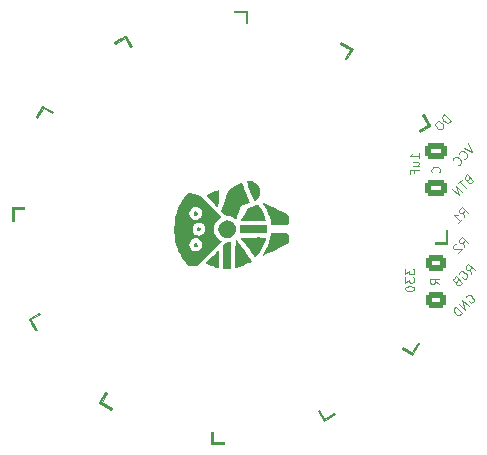
<source format=gbo>
%TF.GenerationSoftware,KiCad,Pcbnew,(6.0.2)*%
%TF.CreationDate,2022-04-19T05:13:53+10:00*%
%TF.ProjectId,adapter,61646170-7465-4722-9e6b-696361645f70,1.2*%
%TF.SameCoordinates,Original*%
%TF.FileFunction,Legend,Bot*%
%TF.FilePolarity,Positive*%
%FSLAX46Y46*%
G04 Gerber Fmt 4.6, Leading zero omitted, Abs format (unit mm)*
G04 Created by KiCad (PCBNEW (6.0.2)) date 2022-04-19 05:13:53*
%MOMM*%
%LPD*%
G01*
G04 APERTURE LIST*
G04 Aperture macros list*
%AMRoundRect*
0 Rectangle with rounded corners*
0 $1 Rounding radius*
0 $2 $3 $4 $5 $6 $7 $8 $9 X,Y pos of 4 corners*
0 Add a 4 corners polygon primitive as box body*
4,1,4,$2,$3,$4,$5,$6,$7,$8,$9,$2,$3,0*
0 Add four circle primitives for the rounded corners*
1,1,$1+$1,$2,$3*
1,1,$1+$1,$4,$5*
1,1,$1+$1,$6,$7*
1,1,$1+$1,$8,$9*
0 Add four rect primitives between the rounded corners*
20,1,$1+$1,$2,$3,$4,$5,0*
20,1,$1+$1,$4,$5,$6,$7,0*
20,1,$1+$1,$6,$7,$8,$9,0*
20,1,$1+$1,$8,$9,$2,$3,0*%
%AMRotRect*
0 Rectangle, with rotation*
0 The origin of the aperture is its center*
0 $1 length*
0 $2 width*
0 $3 Rotation angle, in degrees counterclockwise*
0 Add horizontal line*
21,1,$1,$2,0,0,$3*%
G04 Aperture macros list end*
%ADD10C,0.100000*%
%ADD11C,0.050000*%
%ADD12R,2.000000X2.000000*%
%ADD13C,2.000000*%
%ADD14R,3.200000X2.000000*%
%ADD15R,1.700000X1.700000*%
%ADD16O,1.700000X1.700000*%
%ADD17C,4.000000*%
%ADD18RoundRect,0.250000X-0.650000X0.412500X-0.650000X-0.412500X0.650000X-0.412500X0.650000X0.412500X0*%
%ADD19RotRect,2.400000X0.820000X60.000000*%
%ADD20C,0.800000*%
%ADD21RotRect,2.400000X0.820000X120.000000*%
%ADD22R,0.820000X2.400000*%
%ADD23RotRect,2.400000X0.820000X300.000000*%
%ADD24R,2.400000X0.820000*%
%ADD25RotRect,2.400000X0.820000X240.000000*%
%ADD26RotRect,2.400000X0.820000X210.000000*%
%ADD27RotRect,2.400000X0.820000X30.000000*%
%ADD28RoundRect,0.250000X0.625000X-0.400000X0.625000X0.400000X-0.625000X0.400000X-0.625000X-0.400000X0*%
%ADD29RotRect,2.400000X0.820000X150.000000*%
%ADD30RotRect,2.400000X0.820000X330.000000*%
G04 APERTURE END LIST*
D10*
X72719599Y-36616475D02*
X73073153Y-37323582D01*
X72366046Y-36970028D01*
X72366046Y-37929673D02*
X72416554Y-37929673D01*
X72517569Y-37879166D01*
X72568077Y-37828658D01*
X72618584Y-37727643D01*
X72618584Y-37626627D01*
X72593330Y-37550866D01*
X72517569Y-37424597D01*
X72441807Y-37348835D01*
X72315538Y-37273074D01*
X72239777Y-37247820D01*
X72138762Y-37247820D01*
X72037746Y-37298328D01*
X71987239Y-37348835D01*
X71936731Y-37449851D01*
X71936731Y-37500358D01*
X71835716Y-38460003D02*
X71886224Y-38460003D01*
X71987239Y-38409496D01*
X72037746Y-38358988D01*
X72088254Y-38257973D01*
X72088254Y-38156957D01*
X72063000Y-38081196D01*
X71987239Y-37954927D01*
X71911477Y-37879166D01*
X71785208Y-37803404D01*
X71709447Y-37778150D01*
X71608432Y-37778150D01*
X71507416Y-37828658D01*
X71456909Y-37879166D01*
X71406401Y-37980181D01*
X71406401Y-38030688D01*
X72946883Y-47647730D02*
X72871122Y-47218416D01*
X73249929Y-47344685D02*
X72719599Y-46814355D01*
X72517568Y-47016385D01*
X72492314Y-47092147D01*
X72492314Y-47142654D01*
X72517568Y-47218416D01*
X72593330Y-47294177D01*
X72669091Y-47319431D01*
X72719599Y-47319431D01*
X72795360Y-47294177D01*
X72997391Y-47092147D01*
X71936730Y-47647730D02*
X71961984Y-47571969D01*
X72037746Y-47496208D01*
X72138761Y-47445700D01*
X72239776Y-47445700D01*
X72315538Y-47470954D01*
X72441807Y-47546715D01*
X72517568Y-47622477D01*
X72593330Y-47748746D01*
X72618583Y-47824507D01*
X72618583Y-47925522D01*
X72568076Y-48026538D01*
X72517568Y-48077045D01*
X72416553Y-48127553D01*
X72366045Y-48127553D01*
X72189269Y-47950776D01*
X72290284Y-47849761D01*
X71734700Y-48304330D02*
X71684192Y-48405345D01*
X71684192Y-48455852D01*
X71709446Y-48531614D01*
X71785208Y-48607375D01*
X71860969Y-48632629D01*
X71911477Y-48632629D01*
X71987238Y-48607375D01*
X72189269Y-48405345D01*
X71658939Y-47875015D01*
X71482162Y-48051791D01*
X71456908Y-48127553D01*
X71456908Y-48178061D01*
X71482162Y-48253822D01*
X71532669Y-48304330D01*
X71608431Y-48329583D01*
X71658939Y-48329583D01*
X71734700Y-48304330D01*
X71911477Y-48127553D01*
X72492314Y-49644774D02*
X72517568Y-49569013D01*
X72593330Y-49493252D01*
X72694345Y-49442744D01*
X72795360Y-49442744D01*
X72871122Y-49467998D01*
X72997391Y-49543759D01*
X73073152Y-49619521D01*
X73148914Y-49745790D01*
X73174167Y-49821551D01*
X73174167Y-49922566D01*
X73123660Y-50023582D01*
X73073152Y-50074089D01*
X72972137Y-50124597D01*
X72921629Y-50124597D01*
X72744853Y-49947820D01*
X72845868Y-49846805D01*
X72744853Y-50402389D02*
X72214523Y-49872059D01*
X72441807Y-50705435D01*
X71911477Y-50175105D01*
X72189269Y-50957973D02*
X71658939Y-50427643D01*
X71532670Y-50553912D01*
X71482162Y-50654927D01*
X71482162Y-50755942D01*
X71507416Y-50831704D01*
X71583177Y-50957973D01*
X71658939Y-51033734D01*
X71785208Y-51109496D01*
X71860969Y-51134749D01*
X71961984Y-51134749D01*
X72063000Y-51084242D01*
X72189269Y-50957973D01*
X71225599Y-34675223D02*
X70695269Y-34144893D01*
X70569000Y-34271162D01*
X70518492Y-34372177D01*
X70518492Y-34473192D01*
X70543746Y-34548954D01*
X70619507Y-34675223D01*
X70695269Y-34750984D01*
X70821538Y-34826746D01*
X70897299Y-34852000D01*
X70998314Y-34852000D01*
X71099330Y-34801492D01*
X71225599Y-34675223D01*
X70063923Y-34776238D02*
X69962908Y-34877253D01*
X69937654Y-34953015D01*
X69937654Y-35054030D01*
X70013416Y-35180299D01*
X70190192Y-35357076D01*
X70316461Y-35432837D01*
X70417477Y-35432837D01*
X70493238Y-35407583D01*
X70594253Y-35306568D01*
X70619507Y-35230807D01*
X70619507Y-35129791D01*
X70543746Y-35003522D01*
X70366969Y-34826746D01*
X70240700Y-34750984D01*
X70139685Y-34750984D01*
X70063923Y-34776238D01*
X72391299Y-45385522D02*
X72315538Y-44956208D01*
X72694345Y-45082477D02*
X72164015Y-44552147D01*
X71961984Y-44754177D01*
X71936730Y-44829938D01*
X71936730Y-44880446D01*
X71961984Y-44956208D01*
X72037746Y-45031969D01*
X72113507Y-45057223D01*
X72164015Y-45057223D01*
X72239776Y-45031969D01*
X72441807Y-44829938D01*
X71709446Y-45107730D02*
X71658938Y-45107730D01*
X71583177Y-45132984D01*
X71456908Y-45259253D01*
X71431654Y-45335015D01*
X71431654Y-45385522D01*
X71456908Y-45461284D01*
X71507416Y-45511791D01*
X71608431Y-45562299D01*
X72214522Y-45562299D01*
X71886223Y-45890599D01*
X67389285Y-47235714D02*
X67389285Y-47700000D01*
X67675000Y-47450000D01*
X67675000Y-47557142D01*
X67710714Y-47628571D01*
X67746428Y-47664285D01*
X67817857Y-47700000D01*
X67996428Y-47700000D01*
X68067857Y-47664285D01*
X68103571Y-47628571D01*
X68139285Y-47557142D01*
X68139285Y-47342857D01*
X68103571Y-47271428D01*
X68067857Y-47235714D01*
X67389285Y-47950000D02*
X67389285Y-48414285D01*
X67675000Y-48164285D01*
X67675000Y-48271428D01*
X67710714Y-48342857D01*
X67746428Y-48378571D01*
X67817857Y-48414285D01*
X67996428Y-48414285D01*
X68067857Y-48378571D01*
X68103571Y-48342857D01*
X68139285Y-48271428D01*
X68139285Y-48057142D01*
X68103571Y-47985714D01*
X68067857Y-47950000D01*
X67389285Y-48878571D02*
X67389285Y-48950000D01*
X67425000Y-49021428D01*
X67460714Y-49057142D01*
X67532142Y-49092857D01*
X67675000Y-49128571D01*
X67853571Y-49128571D01*
X67996428Y-49092857D01*
X68067857Y-49057142D01*
X68103571Y-49021428D01*
X68139285Y-48950000D01*
X68139285Y-48878571D01*
X68103571Y-48807142D01*
X68067857Y-48771428D01*
X67996428Y-48735714D01*
X67853571Y-48700000D01*
X67675000Y-48700000D01*
X67532142Y-48735714D01*
X67460714Y-48771428D01*
X67425000Y-48807142D01*
X67389285Y-48878571D01*
X72391299Y-42845522D02*
X72315538Y-42416208D01*
X72694345Y-42542477D02*
X72164015Y-42012147D01*
X71961984Y-42214177D01*
X71936730Y-42289938D01*
X71936730Y-42340446D01*
X71961984Y-42416208D01*
X72037746Y-42491969D01*
X72113507Y-42517223D01*
X72164015Y-42517223D01*
X72239776Y-42491969D01*
X72441807Y-42289938D01*
X71886223Y-43350599D02*
X72189269Y-43047553D01*
X72037746Y-43199076D02*
X71507416Y-42668746D01*
X71633685Y-42693999D01*
X71734700Y-42693999D01*
X71810461Y-42668746D01*
X68539285Y-37853571D02*
X68539285Y-37425000D01*
X68539285Y-37639285D02*
X67789285Y-37639285D01*
X67896428Y-37567857D01*
X67967857Y-37496428D01*
X68003571Y-37425000D01*
X68039285Y-38496428D02*
X68539285Y-38496428D01*
X68039285Y-38175000D02*
X68432142Y-38175000D01*
X68503571Y-38210714D01*
X68539285Y-38282142D01*
X68539285Y-38389285D01*
X68503571Y-38460714D01*
X68467857Y-38496428D01*
X68146428Y-39103571D02*
X68146428Y-38853571D01*
X68539285Y-38853571D02*
X67789285Y-38853571D01*
X67789285Y-39210714D01*
X72694346Y-39674178D02*
X72643838Y-39775193D01*
X72643838Y-39825701D01*
X72669092Y-39901462D01*
X72744853Y-39977224D01*
X72820615Y-40002478D01*
X72871122Y-40002478D01*
X72946884Y-39977224D01*
X73148914Y-39775193D01*
X72618584Y-39244863D01*
X72441807Y-39421640D01*
X72416554Y-39497401D01*
X72416554Y-39547909D01*
X72441807Y-39623670D01*
X72492315Y-39674178D01*
X72568076Y-39699432D01*
X72618584Y-39699432D01*
X72694346Y-39674178D01*
X72871122Y-39497401D01*
X72164015Y-39699432D02*
X71860970Y-40002478D01*
X72542823Y-40381285D02*
X72012493Y-39850955D01*
X72214523Y-40709584D02*
X71684193Y-40179254D01*
X71911477Y-41012630D01*
X71381147Y-40482300D01*
%TO.C,C*%
X70267857Y-39067142D02*
X70303571Y-39031428D01*
X70339285Y-38924285D01*
X70339285Y-38852857D01*
X70303571Y-38745714D01*
X70232142Y-38674285D01*
X70160714Y-38638571D01*
X70017857Y-38602857D01*
X69910714Y-38602857D01*
X69767857Y-38638571D01*
X69696428Y-38674285D01*
X69625000Y-38745714D01*
X69589285Y-38852857D01*
X69589285Y-38924285D01*
X69625000Y-39031428D01*
X69660714Y-39067142D01*
%TO.C,R*%
X70239285Y-48532142D02*
X69882142Y-48282142D01*
X70239285Y-48103571D02*
X69489285Y-48103571D01*
X69489285Y-48389285D01*
X69525000Y-48460714D01*
X69560714Y-48496428D01*
X69632142Y-48532142D01*
X69739285Y-48532142D01*
X69810714Y-48496428D01*
X69846428Y-48460714D01*
X69882142Y-48389285D01*
X69882142Y-48103571D01*
D11*
%TO.C,REF\u002A\u002A*%
X41549981Y-58462018D02*
X41479981Y-58583262D01*
X41479981Y-58583262D02*
X42449930Y-59143262D01*
X42449930Y-59143262D02*
X42519930Y-59022018D01*
X42519930Y-59022018D02*
X41549981Y-58462018D01*
G36*
X42519930Y-59022018D02*
G01*
X42449930Y-59143262D01*
X41479981Y-58583262D01*
X41549981Y-58462018D01*
X42519930Y-59022018D01*
G37*
X42519930Y-59022018D02*
X42449930Y-59143262D01*
X41479981Y-58583262D01*
X41549981Y-58462018D01*
X42519930Y-59022018D01*
X41989981Y-57699916D02*
X41479981Y-58583262D01*
X41479981Y-58583262D02*
X41601225Y-58653262D01*
X41601225Y-58653262D02*
X42111225Y-57769916D01*
X42111225Y-57769916D02*
X41989981Y-57699916D01*
G36*
X42111225Y-57769916D02*
G01*
X41601225Y-58653262D01*
X41479981Y-58583262D01*
X41989981Y-57699916D01*
X42111225Y-57769916D01*
G37*
X42111225Y-57769916D02*
X41601225Y-58653262D01*
X41479981Y-58583262D01*
X41989981Y-57699916D01*
X42111225Y-57769916D01*
X41957013Y-58697018D02*
X41887013Y-58818262D01*
X41887013Y-58818262D02*
X42449930Y-59143262D01*
X42449930Y-59143262D02*
X42519930Y-59022018D01*
X42519930Y-59022018D02*
X41957013Y-58697018D01*
G36*
X42519930Y-59022018D02*
G01*
X42449930Y-59143262D01*
X41887013Y-58818262D01*
X41957013Y-58697018D01*
X42519930Y-59022018D01*
G37*
X42519930Y-59022018D02*
X42449930Y-59143262D01*
X41887013Y-58818262D01*
X41957013Y-58697018D01*
X42519930Y-59022018D01*
X60807013Y-59757018D02*
X60877013Y-59878262D01*
X60877013Y-59878262D02*
X61439930Y-59553262D01*
X61439930Y-59553262D02*
X61369930Y-59432018D01*
X61369930Y-59432018D02*
X60807013Y-59757018D01*
G36*
X61439930Y-59553262D02*
G01*
X60877013Y-59878262D01*
X60807013Y-59757018D01*
X61369930Y-59432018D01*
X61439930Y-59553262D01*
G37*
X61439930Y-59553262D02*
X60877013Y-59878262D01*
X60807013Y-59757018D01*
X61369930Y-59432018D01*
X61439930Y-59553262D01*
X59959981Y-59229916D02*
X60469981Y-60113262D01*
X60469981Y-60113262D02*
X60591225Y-60043262D01*
X60591225Y-60043262D02*
X60081225Y-59159916D01*
X60081225Y-59159916D02*
X59959981Y-59229916D01*
G36*
X60591225Y-60043262D02*
G01*
X60469981Y-60113262D01*
X59959981Y-59229916D01*
X60081225Y-59159916D01*
X60591225Y-60043262D01*
G37*
X60591225Y-60043262D02*
X60469981Y-60113262D01*
X59959981Y-59229916D01*
X60081225Y-59159916D01*
X60591225Y-60043262D01*
X60399981Y-59992018D02*
X60469981Y-60113262D01*
X60469981Y-60113262D02*
X61439930Y-59553262D01*
X61439930Y-59553262D02*
X61369930Y-59432018D01*
X61369930Y-59432018D02*
X60399981Y-59992018D01*
G36*
X61439930Y-59553262D02*
G01*
X60469981Y-60113262D01*
X60399981Y-59992018D01*
X61369930Y-59432018D01*
X61439930Y-59553262D01*
G37*
X61439930Y-59553262D02*
X60469981Y-60113262D01*
X60399981Y-59992018D01*
X61369930Y-59432018D01*
X61439930Y-59553262D01*
X54020000Y-26385000D02*
X54020000Y-25365000D01*
X54020000Y-25365000D02*
X53880000Y-25365000D01*
X53880000Y-25365000D02*
X53880000Y-26385000D01*
X53880000Y-26385000D02*
X54020000Y-26385000D01*
G36*
X54020000Y-26385000D02*
G01*
X53880000Y-26385000D01*
X53880000Y-25365000D01*
X54020000Y-25365000D01*
X54020000Y-26385000D01*
G37*
X54020000Y-26385000D02*
X53880000Y-26385000D01*
X53880000Y-25365000D01*
X54020000Y-25365000D01*
X54020000Y-26385000D01*
X53550000Y-25505000D02*
X53550000Y-25365000D01*
X53550000Y-25365000D02*
X52900000Y-25365000D01*
X52900000Y-25365000D02*
X52900000Y-25505000D01*
X52900000Y-25505000D02*
X53550000Y-25505000D01*
G36*
X53550000Y-25505000D02*
G01*
X52900000Y-25505000D01*
X52900000Y-25365000D01*
X53550000Y-25365000D01*
X53550000Y-25505000D01*
G37*
X53550000Y-25505000D02*
X52900000Y-25505000D01*
X52900000Y-25365000D01*
X53550000Y-25365000D01*
X53550000Y-25505000D01*
X54020000Y-25505000D02*
X54020000Y-25365000D01*
X54020000Y-25365000D02*
X52900000Y-25365000D01*
X52900000Y-25365000D02*
X52900000Y-25505000D01*
X52900000Y-25505000D02*
X54020000Y-25505000D01*
G36*
X54020000Y-25505000D02*
G01*
X52900000Y-25505000D01*
X52900000Y-25365000D01*
X54020000Y-25365000D01*
X54020000Y-25505000D01*
G37*
X54020000Y-25505000D02*
X52900000Y-25505000D01*
X52900000Y-25365000D01*
X54020000Y-25365000D01*
X54020000Y-25505000D01*
X43800019Y-27607982D02*
X43730019Y-27486738D01*
X43730019Y-27486738D02*
X42760070Y-28046738D01*
X42760070Y-28046738D02*
X42830070Y-28167982D01*
X42830070Y-28167982D02*
X43800019Y-27607982D01*
G36*
X43800019Y-27607982D02*
G01*
X42830070Y-28167982D01*
X42760070Y-28046738D01*
X43730019Y-27486738D01*
X43800019Y-27607982D01*
G37*
X43800019Y-27607982D02*
X42830070Y-28167982D01*
X42760070Y-28046738D01*
X43730019Y-27486738D01*
X43800019Y-27607982D01*
X44240019Y-28370084D02*
X43730019Y-27486738D01*
X43730019Y-27486738D02*
X43608775Y-27556738D01*
X43608775Y-27556738D02*
X44118775Y-28440084D01*
X44118775Y-28440084D02*
X44240019Y-28370084D01*
G36*
X44240019Y-28370084D02*
G01*
X44118775Y-28440084D01*
X43608775Y-27556738D01*
X43730019Y-27486738D01*
X44240019Y-28370084D01*
G37*
X44240019Y-28370084D02*
X44118775Y-28440084D01*
X43608775Y-27556738D01*
X43730019Y-27486738D01*
X44240019Y-28370084D01*
X43392987Y-27842982D02*
X43322987Y-27721738D01*
X43322987Y-27721738D02*
X42760070Y-28046738D01*
X42760070Y-28046738D02*
X42830070Y-28167982D01*
X42830070Y-28167982D02*
X43392987Y-27842982D01*
G36*
X43392987Y-27842982D02*
G01*
X42830070Y-28167982D01*
X42760070Y-28046738D01*
X43322987Y-27721738D01*
X43392987Y-27842982D01*
G37*
X43392987Y-27842982D02*
X42830070Y-28167982D01*
X42760070Y-28046738D01*
X43322987Y-27721738D01*
X43392987Y-27842982D01*
X35100000Y-42030000D02*
X34080000Y-42030000D01*
X34080000Y-42030000D02*
X34080000Y-42170000D01*
X34080000Y-42170000D02*
X35100000Y-42170000D01*
X35100000Y-42170000D02*
X35100000Y-42030000D01*
G36*
X35100000Y-42170000D02*
G01*
X34080000Y-42170000D01*
X34080000Y-42030000D01*
X35100000Y-42030000D01*
X35100000Y-42170000D01*
G37*
X35100000Y-42170000D02*
X34080000Y-42170000D01*
X34080000Y-42030000D01*
X35100000Y-42030000D01*
X35100000Y-42170000D01*
X34220000Y-42500000D02*
X34080000Y-42500000D01*
X34080000Y-42500000D02*
X34080000Y-43150000D01*
X34080000Y-43150000D02*
X34220000Y-43150000D01*
X34220000Y-43150000D02*
X34220000Y-42500000D01*
G36*
X34220000Y-43150000D02*
G01*
X34080000Y-43150000D01*
X34080000Y-42500000D01*
X34220000Y-42500000D01*
X34220000Y-43150000D01*
G37*
X34220000Y-43150000D02*
X34080000Y-43150000D01*
X34080000Y-42500000D01*
X34220000Y-42500000D01*
X34220000Y-43150000D01*
X34220000Y-42030000D02*
X34080000Y-42030000D01*
X34080000Y-42030000D02*
X34080000Y-43150000D01*
X34080000Y-43150000D02*
X34220000Y-43150000D01*
X34220000Y-43150000D02*
X34220000Y-42030000D01*
G36*
X34220000Y-43150000D02*
G01*
X34080000Y-43150000D01*
X34080000Y-42030000D01*
X34220000Y-42030000D01*
X34220000Y-43150000D01*
G37*
X34220000Y-43150000D02*
X34080000Y-43150000D01*
X34080000Y-42030000D01*
X34220000Y-42030000D01*
X34220000Y-43150000D01*
%TO.C,G\u002A\u002A\u002A*%
G36*
X49761741Y-45063783D02*
G01*
X49788724Y-45095214D01*
X49830054Y-45193898D01*
X49819090Y-45287404D01*
X49761545Y-45357142D01*
X49663138Y-45384519D01*
X49612919Y-45375870D01*
X49529115Y-45326055D01*
X49471098Y-45250913D01*
X49459903Y-45172400D01*
X49499352Y-45087828D01*
X49577881Y-45023826D01*
X49671447Y-45013615D01*
X49761741Y-45063783D01*
G37*
G36*
X48179618Y-45685807D02*
G01*
X48157781Y-45624751D01*
X48028919Y-45264456D01*
X48011214Y-45194621D01*
X49095113Y-45194621D01*
X49133125Y-45386668D01*
X49145352Y-45419191D01*
X49242577Y-45574228D01*
X49378971Y-45682584D01*
X49540535Y-45741153D01*
X49713273Y-45746831D01*
X49883188Y-45696508D01*
X50036279Y-45587082D01*
X50070492Y-45549504D01*
X50163450Y-45386980D01*
X50197471Y-45205525D01*
X50171439Y-45022220D01*
X50084236Y-44854144D01*
X50031254Y-44797045D01*
X49884624Y-44703086D01*
X49711648Y-44652809D01*
X49537588Y-44655399D01*
X49498584Y-44664508D01*
X49382334Y-44717376D01*
X49263232Y-44817813D01*
X49217833Y-44867019D01*
X49122722Y-45024147D01*
X49095113Y-45194621D01*
X48011214Y-45194621D01*
X47918837Y-44830253D01*
X47902301Y-44739319D01*
X47865436Y-44443065D01*
X47858343Y-44332122D01*
X47844207Y-44111030D01*
X47839709Y-43803922D01*
X49373997Y-43803922D01*
X49380061Y-43975865D01*
X49428637Y-44140018D01*
X49513882Y-44268651D01*
X49589683Y-44326542D01*
X49744014Y-44389263D01*
X49916318Y-44411618D01*
X50078864Y-44387760D01*
X50131395Y-44368499D01*
X50238405Y-44317870D01*
X50309916Y-44268651D01*
X50367807Y-44192850D01*
X50430528Y-44038519D01*
X50452883Y-43866215D01*
X50429025Y-43703668D01*
X50409764Y-43651138D01*
X50359135Y-43544126D01*
X50309916Y-43472617D01*
X50234115Y-43414725D01*
X50079784Y-43352004D01*
X49907480Y-43329650D01*
X49744933Y-43353507D01*
X49692403Y-43372768D01*
X49585392Y-43423398D01*
X49513882Y-43472617D01*
X49492338Y-43499239D01*
X49440385Y-43591220D01*
X49394773Y-43703668D01*
X49373997Y-43803922D01*
X47839709Y-43803922D01*
X47839177Y-43767635D01*
X47850908Y-43437300D01*
X47879966Y-43144444D01*
X47911077Y-42957855D01*
X47999554Y-42595032D01*
X49096586Y-42595032D01*
X49146461Y-42766739D01*
X49265121Y-42925344D01*
X49308953Y-42966050D01*
X49469238Y-43064613D01*
X49643202Y-43094735D01*
X49836176Y-43057650D01*
X49858321Y-43049515D01*
X50016807Y-42955506D01*
X50131295Y-42820784D01*
X50189135Y-42659614D01*
X50195070Y-42508392D01*
X50150672Y-42323003D01*
X50053264Y-42171093D01*
X49911420Y-42061202D01*
X49733712Y-42001871D01*
X49528713Y-42001640D01*
X49478072Y-42012907D01*
X49330558Y-42087701D01*
X49207217Y-42210401D01*
X49126783Y-42364112D01*
X49114515Y-42406242D01*
X49096586Y-42595032D01*
X47999554Y-42595032D01*
X48020238Y-42510210D01*
X48173164Y-42071533D01*
X48362525Y-41661137D01*
X48580984Y-41298336D01*
X48650413Y-41201152D01*
X48794599Y-41019332D01*
X48923917Y-40883851D01*
X49032762Y-40800207D01*
X49115535Y-40773894D01*
X49116718Y-40773978D01*
X49182816Y-40787492D01*
X49298829Y-40819239D01*
X49448730Y-40864581D01*
X49616497Y-40918881D01*
X50035450Y-41058811D01*
X51828303Y-42851663D01*
X51740763Y-42900941D01*
X51684508Y-42940443D01*
X51591437Y-43019531D01*
X51492830Y-43114124D01*
X51416513Y-43201026D01*
X51281045Y-43425385D01*
X51204853Y-43670798D01*
X51187935Y-43925472D01*
X51230292Y-44177616D01*
X51331923Y-44415437D01*
X51492830Y-44627143D01*
X51573939Y-44705751D01*
X51669645Y-44788983D01*
X51740763Y-44840326D01*
X51828303Y-44889604D01*
X49729188Y-46988719D01*
X49389501Y-46988719D01*
X49327317Y-46988671D01*
X49190168Y-46986406D01*
X49098492Y-46976814D01*
X49033855Y-46954575D01*
X48977824Y-46914367D01*
X48911966Y-46850870D01*
X48812558Y-46744861D01*
X48577723Y-46438797D01*
X48503112Y-46313693D01*
X48364647Y-46081517D01*
X48179618Y-45685807D01*
G37*
G36*
X50036279Y-43746254D02*
G01*
X50081869Y-43806939D01*
X50094243Y-43901200D01*
X50036279Y-43995014D01*
X49981402Y-44036162D01*
X49911899Y-44059691D01*
X49899593Y-44058798D01*
X49819971Y-44021469D01*
X49751767Y-43949461D01*
X49722841Y-43870634D01*
X49737714Y-43817777D01*
X49787518Y-43746253D01*
X49848204Y-43700664D01*
X49942465Y-43688290D01*
X50036279Y-43746254D01*
G37*
G36*
X53576999Y-39937329D02*
G01*
X53598823Y-39988824D01*
X53639850Y-40091953D01*
X53696066Y-40236154D01*
X53763455Y-40410864D01*
X53838003Y-40605519D01*
X53915694Y-40809554D01*
X53992514Y-41012407D01*
X54064446Y-41203514D01*
X54127476Y-41372312D01*
X54177588Y-41508238D01*
X54210768Y-41600727D01*
X54223000Y-41639217D01*
X54203560Y-41650492D01*
X54129632Y-41680385D01*
X54013325Y-41722922D01*
X53868333Y-41772941D01*
X53512917Y-41892442D01*
X53289493Y-42448622D01*
X53230405Y-42592921D01*
X53159545Y-42758326D01*
X53099161Y-42890787D01*
X53054256Y-42979423D01*
X53029831Y-43013357D01*
X52988495Y-43002107D01*
X52926106Y-42955517D01*
X52878816Y-42917551D01*
X52742990Y-42847794D01*
X52574323Y-42794946D01*
X52397866Y-42767904D01*
X52335253Y-42762638D01*
X52265715Y-42747651D01*
X52202743Y-42714171D01*
X52127922Y-42651435D01*
X52022832Y-42548671D01*
X51814421Y-42340260D01*
X52102156Y-41471259D01*
X52172768Y-41260041D01*
X52246921Y-41042791D01*
X52312589Y-40855163D01*
X52366452Y-40706477D01*
X52405192Y-40606058D01*
X52425488Y-40563227D01*
X52426713Y-40562071D01*
X52469930Y-40534244D01*
X52561564Y-40480816D01*
X52689421Y-40408466D01*
X52841311Y-40323878D01*
X53005043Y-40233731D01*
X53168426Y-40144706D01*
X53319268Y-40063487D01*
X53445378Y-39996751D01*
X53534565Y-39951182D01*
X53574638Y-39933459D01*
X53576999Y-39937329D01*
G37*
G36*
X49783196Y-42398624D02*
G01*
X49786747Y-42402355D01*
X49821720Y-42485926D01*
X49813287Y-42587939D01*
X49763762Y-42675463D01*
X49697557Y-42723099D01*
X49603502Y-42734626D01*
X49521224Y-42683700D01*
X49463370Y-42574568D01*
X49462167Y-42570292D01*
X49471694Y-42489137D01*
X49529532Y-42419856D01*
X49614709Y-42373986D01*
X49706255Y-42363063D01*
X49783196Y-42398624D01*
G37*
G36*
X52517669Y-43155444D02*
G01*
X52562694Y-43169999D01*
X52660029Y-43213579D01*
X52746282Y-43278717D01*
X52847361Y-43383318D01*
X52915956Y-43468227D01*
X53017750Y-43662821D01*
X53050575Y-43868453D01*
X53015189Y-44088302D01*
X53000635Y-44133328D01*
X52957054Y-44230663D01*
X52891917Y-44316916D01*
X52787315Y-44417994D01*
X52702406Y-44486589D01*
X52507812Y-44588383D01*
X52302181Y-44621208D01*
X52082332Y-44585823D01*
X52037306Y-44571268D01*
X51939971Y-44527688D01*
X51853717Y-44462550D01*
X51752639Y-44357948D01*
X51684044Y-44273040D01*
X51582251Y-44078445D01*
X51549425Y-43872814D01*
X51584810Y-43652965D01*
X51599365Y-43607939D01*
X51642946Y-43510605D01*
X51708084Y-43424351D01*
X51812685Y-43323272D01*
X51897593Y-43254677D01*
X52092188Y-43152884D01*
X52297820Y-43120058D01*
X52517669Y-43155444D01*
G37*
G36*
X51589954Y-41254957D02*
G01*
X51589836Y-41280714D01*
X51586594Y-41493905D01*
X51579872Y-41682728D01*
X51570361Y-41835687D01*
X51558756Y-41941284D01*
X51545749Y-41988022D01*
X51527991Y-41998151D01*
X51501396Y-41992938D01*
X51459552Y-41966237D01*
X51395659Y-41912296D01*
X51302916Y-41825363D01*
X51174521Y-41699687D01*
X51003677Y-41529516D01*
X50503387Y-41029226D01*
X50613974Y-40953243D01*
X50627513Y-40944290D01*
X50742415Y-40880879D01*
X50900051Y-40807126D01*
X51079418Y-40731913D01*
X51259515Y-40664122D01*
X51419337Y-40612636D01*
X51592376Y-40563676D01*
X51589954Y-41254957D01*
G37*
G36*
X56731078Y-44207306D02*
G01*
X56896915Y-44208880D01*
X57134596Y-44215435D01*
X57307421Y-44227054D01*
X57418802Y-44244010D01*
X57472147Y-44266577D01*
X57490551Y-44299942D01*
X57513392Y-44396626D01*
X57528582Y-44529908D01*
X57535407Y-44679426D01*
X57533157Y-44824813D01*
X57521115Y-44945707D01*
X57498572Y-45021743D01*
X57466263Y-45050276D01*
X57370321Y-45110731D01*
X57214667Y-45197896D01*
X57001714Y-45310471D01*
X56733868Y-45447157D01*
X56413543Y-45606655D01*
X56249742Y-45687381D01*
X56008791Y-45806003D01*
X55791730Y-45912716D01*
X55606398Y-46003672D01*
X55460636Y-46075026D01*
X55362285Y-46122930D01*
X55319185Y-46143538D01*
X55311878Y-46142224D01*
X55323469Y-46102116D01*
X55366359Y-46021149D01*
X55434802Y-45910889D01*
X55466025Y-45862101D01*
X55624535Y-45578390D01*
X55765478Y-45267541D01*
X55881458Y-44949393D01*
X55965079Y-44643789D01*
X56008945Y-44370568D01*
X56011460Y-44343814D01*
X56022614Y-44259729D01*
X56033450Y-44218646D01*
X56034399Y-44218107D01*
X56079321Y-44213883D01*
X56182388Y-44210512D01*
X56332663Y-44208175D01*
X56519206Y-44207046D01*
X56731078Y-44207306D01*
G37*
G36*
X51574491Y-45685840D02*
G01*
X51579915Y-45744808D01*
X51584539Y-45860208D01*
X51588105Y-46021408D01*
X51590358Y-46217776D01*
X51591038Y-46438684D01*
X51590422Y-47177723D01*
X51382327Y-47119418D01*
X51317445Y-47100145D01*
X51122163Y-47031944D01*
X50924017Y-46950396D01*
X50746697Y-46865712D01*
X50613891Y-46788107D01*
X50503387Y-46712041D01*
X51028553Y-46186876D01*
X51082940Y-46132691D01*
X51234532Y-45983906D01*
X51366814Y-45857327D01*
X51472272Y-45759937D01*
X51543400Y-45698726D01*
X51572686Y-45680677D01*
X51574491Y-45685840D01*
G37*
G36*
X55670245Y-43535213D02*
G01*
X55670245Y-44206055D01*
X54526379Y-44206461D01*
X54353367Y-44206365D01*
X54090462Y-44205587D01*
X53856052Y-44204119D01*
X53658511Y-44202057D01*
X53506213Y-44199498D01*
X53407529Y-44196536D01*
X53370832Y-44193267D01*
X53369293Y-44189202D01*
X53372218Y-44137639D01*
X53388314Y-44050998D01*
X53395457Y-44006651D01*
X53400176Y-43876762D01*
X53388876Y-43742526D01*
X53379073Y-43674892D01*
X53370155Y-43588357D01*
X53371393Y-43548562D01*
X53386221Y-43546425D01*
X53462088Y-43543206D01*
X53594775Y-43540367D01*
X53775915Y-43538008D01*
X53997140Y-43536229D01*
X54250085Y-43535128D01*
X54526379Y-43534807D01*
X55670245Y-43535213D01*
G37*
G36*
X54298881Y-39768557D02*
G01*
X54419922Y-39790727D01*
X54507734Y-39820810D01*
X54690778Y-39923788D01*
X54856776Y-40066302D01*
X54981438Y-40229375D01*
X55007607Y-40280402D01*
X55069720Y-40481967D01*
X55088780Y-40708348D01*
X55061823Y-40933612D01*
X55060396Y-40939635D01*
X55029996Y-41047305D01*
X54989816Y-41131523D01*
X54925529Y-41215626D01*
X54822810Y-41322947D01*
X54802442Y-41343158D01*
X54710042Y-41430775D01*
X54638355Y-41492359D01*
X54601478Y-41515636D01*
X54584388Y-41489165D01*
X54545532Y-41404889D01*
X54489073Y-41271246D01*
X54418580Y-41096907D01*
X54337625Y-40890551D01*
X54249776Y-40660851D01*
X54170682Y-40449482D01*
X54093600Y-40238989D01*
X54029379Y-40058729D01*
X53981113Y-39917562D01*
X53951898Y-39824349D01*
X53944829Y-39787952D01*
X53965512Y-39776250D01*
X54048835Y-39761184D01*
X54167571Y-39758664D01*
X54298881Y-39768557D01*
G37*
G36*
X52659038Y-46070650D02*
G01*
X52659432Y-46218648D01*
X52658893Y-46481616D01*
X52656827Y-46717366D01*
X52653403Y-46917268D01*
X52648789Y-47072698D01*
X52643153Y-47175026D01*
X52636665Y-47215626D01*
X52622487Y-47221640D01*
X52549486Y-47232186D01*
X52431900Y-47239177D01*
X52287076Y-47241337D01*
X51964639Y-47239898D01*
X51963707Y-45251721D01*
X52101819Y-45115731D01*
X52156655Y-45063879D01*
X52235054Y-45007406D01*
X52321481Y-44979369D01*
X52447096Y-44966283D01*
X52654260Y-44952826D01*
X52659038Y-46070650D01*
G37*
G36*
X55193191Y-44579532D02*
G01*
X55352576Y-44585508D01*
X55464123Y-44598984D01*
X55534180Y-44622690D01*
X55569093Y-44659355D01*
X55575210Y-44711707D01*
X55558879Y-44782476D01*
X55526448Y-44874393D01*
X55484264Y-44990185D01*
X55414328Y-45169805D01*
X55257996Y-45490376D01*
X55071695Y-45796283D01*
X54871375Y-46059691D01*
X54780071Y-46163867D01*
X54714375Y-46233327D01*
X54674567Y-46263477D01*
X54650419Y-46261838D01*
X54631702Y-46235933D01*
X54606678Y-46197748D01*
X54544858Y-46108952D01*
X54452782Y-45979078D01*
X54336325Y-45816364D01*
X54201362Y-45629052D01*
X54053768Y-45425380D01*
X53917690Y-45237639D01*
X53782732Y-45050415D01*
X53666288Y-44887795D01*
X53574102Y-44757837D01*
X53511916Y-44668596D01*
X53485473Y-44628127D01*
X53494093Y-44618056D01*
X53564589Y-44604422D01*
X53704120Y-44593714D01*
X53911907Y-44585967D01*
X54187173Y-44581217D01*
X54529140Y-44579502D01*
X54705514Y-44579162D01*
X54979619Y-44578327D01*
X55193191Y-44579532D01*
G37*
G36*
X53132429Y-44767090D02*
G01*
X53138896Y-44776489D01*
X53184680Y-44841225D01*
X53264308Y-44952654D01*
X53372132Y-45102916D01*
X53502509Y-45284154D01*
X53649795Y-45488507D01*
X53808344Y-45708119D01*
X53930614Y-45878094D01*
X54109000Y-46129893D01*
X54244653Y-46327165D01*
X54337954Y-46470485D01*
X54389285Y-46560425D01*
X54399027Y-46597562D01*
X54383264Y-46608442D01*
X54312084Y-46647280D01*
X54198551Y-46704514D01*
X54056892Y-46773363D01*
X53901327Y-46847045D01*
X53746081Y-46918779D01*
X53605377Y-46981785D01*
X53493440Y-47029283D01*
X53455275Y-47044014D01*
X53317908Y-47091012D01*
X53180513Y-47131434D01*
X53009344Y-47176336D01*
X53008965Y-45965225D01*
X53009511Y-45736262D01*
X53011830Y-45467335D01*
X53015757Y-45227098D01*
X53021063Y-45023884D01*
X53027522Y-44866027D01*
X53034903Y-44761860D01*
X53042982Y-44719719D01*
X53081379Y-44712331D01*
X53132429Y-44767090D01*
G37*
G36*
X55030026Y-41877093D02*
G01*
X55038074Y-41888224D01*
X55242643Y-42215780D01*
X55417224Y-42580962D01*
X55547407Y-42953785D01*
X55605791Y-43161248D01*
X54520899Y-43161669D01*
X54397146Y-43161575D01*
X54138804Y-43160423D01*
X53908413Y-43158101D01*
X53714458Y-43154777D01*
X53565416Y-43150617D01*
X53469772Y-43145785D01*
X53436007Y-43140448D01*
X53442214Y-43125690D01*
X53478270Y-43059178D01*
X53541092Y-42949712D01*
X53624468Y-42808037D01*
X53722195Y-42644903D01*
X53778837Y-42551552D01*
X53875249Y-42394765D01*
X53957496Y-42263644D01*
X54018275Y-42169771D01*
X54050282Y-42124726D01*
X54061805Y-42115342D01*
X54132558Y-42078221D01*
X54245587Y-42031279D01*
X54382461Y-41982411D01*
X54418395Y-41970294D01*
X54570199Y-41914699D01*
X54706365Y-41858606D01*
X54801054Y-41812500D01*
X54929365Y-41738630D01*
X55030026Y-41877093D01*
G37*
G36*
X55335712Y-41612010D02*
G01*
X55425877Y-41652293D01*
X55561804Y-41716213D01*
X55734433Y-41799256D01*
X55934705Y-41896908D01*
X56153559Y-42004652D01*
X56381936Y-42117976D01*
X56610775Y-42232366D01*
X56831017Y-42343305D01*
X57033603Y-42446280D01*
X57209471Y-42536777D01*
X57349563Y-42610281D01*
X57444819Y-42662277D01*
X57486179Y-42688251D01*
X57511742Y-42745403D01*
X57529569Y-42855950D01*
X57537389Y-42997491D01*
X57535500Y-43149959D01*
X57524200Y-43293290D01*
X57503785Y-43407420D01*
X57474554Y-43472283D01*
X57460654Y-43483022D01*
X57405381Y-43503659D01*
X57311804Y-43518493D01*
X57171928Y-43528187D01*
X56977755Y-43533406D01*
X56721290Y-43534812D01*
X56031217Y-43534151D01*
X55998172Y-43300202D01*
X55975997Y-43169578D01*
X55900821Y-42865054D01*
X55795489Y-42550349D01*
X55668025Y-42245593D01*
X55526453Y-41970914D01*
X55378795Y-41746440D01*
X55334749Y-41684953D01*
X55299854Y-41622715D01*
X55301641Y-41599711D01*
X55335712Y-41612010D01*
G37*
%TO.C,REF\u002A\u002A*%
X69920000Y-45090000D02*
X70940000Y-45090000D01*
X70940000Y-45090000D02*
X70940000Y-44950000D01*
X70940000Y-44950000D02*
X69920000Y-44950000D01*
X69920000Y-44950000D02*
X69920000Y-45090000D01*
G36*
X70940000Y-45090000D02*
G01*
X69920000Y-45090000D01*
X69920000Y-44950000D01*
X70940000Y-44950000D01*
X70940000Y-45090000D01*
G37*
X70940000Y-45090000D02*
X69920000Y-45090000D01*
X69920000Y-44950000D01*
X70940000Y-44950000D01*
X70940000Y-45090000D01*
X70800000Y-45090000D02*
X70940000Y-45090000D01*
X70940000Y-45090000D02*
X70940000Y-43970000D01*
X70940000Y-43970000D02*
X70800000Y-43970000D01*
X70800000Y-43970000D02*
X70800000Y-45090000D01*
G36*
X70940000Y-45090000D02*
G01*
X70800000Y-45090000D01*
X70800000Y-43970000D01*
X70940000Y-43970000D01*
X70940000Y-45090000D01*
G37*
X70940000Y-45090000D02*
X70800000Y-45090000D01*
X70800000Y-43970000D01*
X70940000Y-43970000D01*
X70940000Y-45090000D01*
X62442987Y-28502982D02*
X62512987Y-28381738D01*
X62512987Y-28381738D02*
X61950070Y-28056738D01*
X61950070Y-28056738D02*
X61880070Y-28177982D01*
X61880070Y-28177982D02*
X62442987Y-28502982D01*
G36*
X62512987Y-28381738D02*
G01*
X62442987Y-28502982D01*
X61880070Y-28177982D01*
X61950070Y-28056738D01*
X62512987Y-28381738D01*
G37*
X62512987Y-28381738D02*
X62442987Y-28502982D01*
X61880070Y-28177982D01*
X61950070Y-28056738D01*
X62512987Y-28381738D01*
X62850019Y-28737982D02*
X62920019Y-28616738D01*
X62920019Y-28616738D02*
X61950070Y-28056738D01*
X61950070Y-28056738D02*
X61880070Y-28177982D01*
X61880070Y-28177982D02*
X62850019Y-28737982D01*
G36*
X62920019Y-28616738D02*
G01*
X62850019Y-28737982D01*
X61880070Y-28177982D01*
X61950070Y-28056738D01*
X62920019Y-28616738D01*
G37*
X62920019Y-28616738D02*
X62850019Y-28737982D01*
X61880070Y-28177982D01*
X61950070Y-28056738D01*
X62920019Y-28616738D01*
X62410019Y-29500084D02*
X62920019Y-28616738D01*
X62920019Y-28616738D02*
X62798775Y-28546738D01*
X62798775Y-28546738D02*
X62288775Y-29430084D01*
X62288775Y-29430084D02*
X62410019Y-29500084D01*
G36*
X62920019Y-28616738D02*
G01*
X62410019Y-29500084D01*
X62288775Y-29430084D01*
X62798775Y-28546738D01*
X62920019Y-28616738D01*
G37*
X62920019Y-28616738D02*
X62410019Y-29500084D01*
X62288775Y-29430084D01*
X62798775Y-28546738D01*
X62920019Y-28616738D01*
X51430000Y-61910000D02*
X51430000Y-62050000D01*
X51430000Y-62050000D02*
X52080000Y-62050000D01*
X52080000Y-62050000D02*
X52080000Y-61910000D01*
X52080000Y-61910000D02*
X51430000Y-61910000D01*
G36*
X52080000Y-62050000D02*
G01*
X51430000Y-62050000D01*
X51430000Y-61910000D01*
X52080000Y-61910000D01*
X52080000Y-62050000D01*
G37*
X52080000Y-62050000D02*
X51430000Y-62050000D01*
X51430000Y-61910000D01*
X52080000Y-61910000D01*
X52080000Y-62050000D01*
X50960000Y-61030000D02*
X50960000Y-62050000D01*
X50960000Y-62050000D02*
X51100000Y-62050000D01*
X51100000Y-62050000D02*
X51100000Y-61030000D01*
X51100000Y-61030000D02*
X50960000Y-61030000D01*
G36*
X51100000Y-62050000D02*
G01*
X50960000Y-62050000D01*
X50960000Y-61030000D01*
X51100000Y-61030000D01*
X51100000Y-62050000D01*
G37*
X51100000Y-62050000D02*
X50960000Y-62050000D01*
X50960000Y-61030000D01*
X51100000Y-61030000D01*
X51100000Y-62050000D01*
X50960000Y-61910000D02*
X50960000Y-62050000D01*
X50960000Y-62050000D02*
X52080000Y-62050000D01*
X52080000Y-62050000D02*
X52080000Y-61910000D01*
X52080000Y-61910000D02*
X50960000Y-61910000D01*
G36*
X52080000Y-62050000D02*
G01*
X50960000Y-62050000D01*
X50960000Y-61910000D01*
X52080000Y-61910000D01*
X52080000Y-62050000D01*
G37*
X52080000Y-62050000D02*
X50960000Y-62050000D01*
X50960000Y-61910000D01*
X52080000Y-61910000D01*
X52080000Y-62050000D01*
X69392018Y-35200019D02*
X69513262Y-35130019D01*
X69513262Y-35130019D02*
X68953262Y-34160070D01*
X68953262Y-34160070D02*
X68832018Y-34230070D01*
X68832018Y-34230070D02*
X69392018Y-35200019D01*
G36*
X69513262Y-35130019D02*
G01*
X69392018Y-35200019D01*
X68832018Y-34230070D01*
X68953262Y-34160070D01*
X69513262Y-35130019D01*
G37*
X69513262Y-35130019D02*
X69392018Y-35200019D01*
X68832018Y-34230070D01*
X68953262Y-34160070D01*
X69513262Y-35130019D01*
X69157018Y-34792987D02*
X69278262Y-34722987D01*
X69278262Y-34722987D02*
X68953262Y-34160070D01*
X68953262Y-34160070D02*
X68832018Y-34230070D01*
X68832018Y-34230070D02*
X69157018Y-34792987D01*
G36*
X69278262Y-34722987D02*
G01*
X69157018Y-34792987D01*
X68832018Y-34230070D01*
X68953262Y-34160070D01*
X69278262Y-34722987D01*
G37*
X69278262Y-34722987D02*
X69157018Y-34792987D01*
X68832018Y-34230070D01*
X68953262Y-34160070D01*
X69278262Y-34722987D01*
X68629916Y-35640019D02*
X69513262Y-35130019D01*
X69513262Y-35130019D02*
X69443262Y-35008775D01*
X69443262Y-35008775D02*
X68559916Y-35518775D01*
X68559916Y-35518775D02*
X68629916Y-35640019D01*
G36*
X69513262Y-35130019D02*
G01*
X68629916Y-35640019D01*
X68559916Y-35518775D01*
X69443262Y-35008775D01*
X69513262Y-35130019D01*
G37*
X69513262Y-35130019D02*
X68629916Y-35640019D01*
X68559916Y-35518775D01*
X69443262Y-35008775D01*
X69513262Y-35130019D01*
X35607982Y-51399981D02*
X35486738Y-51469981D01*
X35486738Y-51469981D02*
X36046738Y-52439930D01*
X36046738Y-52439930D02*
X36167982Y-52369930D01*
X36167982Y-52369930D02*
X35607982Y-51399981D01*
G36*
X36167982Y-52369930D02*
G01*
X36046738Y-52439930D01*
X35486738Y-51469981D01*
X35607982Y-51399981D01*
X36167982Y-52369930D01*
G37*
X36167982Y-52369930D02*
X36046738Y-52439930D01*
X35486738Y-51469981D01*
X35607982Y-51399981D01*
X36167982Y-52369930D01*
X35842982Y-51807013D02*
X35721738Y-51877013D01*
X35721738Y-51877013D02*
X36046738Y-52439930D01*
X36046738Y-52439930D02*
X36167982Y-52369930D01*
X36167982Y-52369930D02*
X35842982Y-51807013D01*
G36*
X36167982Y-52369930D02*
G01*
X36046738Y-52439930D01*
X35721738Y-51877013D01*
X35842982Y-51807013D01*
X36167982Y-52369930D01*
G37*
X36167982Y-52369930D02*
X36046738Y-52439930D01*
X35721738Y-51877013D01*
X35842982Y-51807013D01*
X36167982Y-52369930D01*
X36370084Y-50959981D02*
X35486738Y-51469981D01*
X35486738Y-51469981D02*
X35556738Y-51591225D01*
X35556738Y-51591225D02*
X36440084Y-51081225D01*
X36440084Y-51081225D02*
X36370084Y-50959981D01*
G36*
X36440084Y-51081225D02*
G01*
X35556738Y-51591225D01*
X35486738Y-51469981D01*
X36370084Y-50959981D01*
X36440084Y-51081225D01*
G37*
X36440084Y-51081225D02*
X35556738Y-51591225D01*
X35486738Y-51469981D01*
X36370084Y-50959981D01*
X36440084Y-51081225D01*
X67862018Y-54450019D02*
X67983262Y-54520019D01*
X67983262Y-54520019D02*
X68543262Y-53550070D01*
X68543262Y-53550070D02*
X68422018Y-53480070D01*
X68422018Y-53480070D02*
X67862018Y-54450019D01*
G36*
X68543262Y-53550070D02*
G01*
X67983262Y-54520019D01*
X67862018Y-54450019D01*
X68422018Y-53480070D01*
X68543262Y-53550070D01*
G37*
X68543262Y-53550070D02*
X67983262Y-54520019D01*
X67862018Y-54450019D01*
X68422018Y-53480070D01*
X68543262Y-53550070D01*
X68097018Y-54042987D02*
X68218262Y-54112987D01*
X68218262Y-54112987D02*
X68543262Y-53550070D01*
X68543262Y-53550070D02*
X68422018Y-53480070D01*
X68422018Y-53480070D02*
X68097018Y-54042987D01*
G36*
X68543262Y-53550070D02*
G01*
X68218262Y-54112987D01*
X68097018Y-54042987D01*
X68422018Y-53480070D01*
X68543262Y-53550070D01*
G37*
X68543262Y-53550070D02*
X68218262Y-54112987D01*
X68097018Y-54042987D01*
X68422018Y-53480070D01*
X68543262Y-53550070D01*
X67099916Y-54010019D02*
X67983262Y-54520019D01*
X67983262Y-54520019D02*
X68053262Y-54398775D01*
X68053262Y-54398775D02*
X67169916Y-53888775D01*
X67169916Y-53888775D02*
X67099916Y-54010019D01*
G36*
X68053262Y-54398775D02*
G01*
X67983262Y-54520019D01*
X67099916Y-54010019D01*
X67169916Y-53888775D01*
X68053262Y-54398775D01*
G37*
X68053262Y-54398775D02*
X67983262Y-54520019D01*
X67099916Y-54010019D01*
X67169916Y-53888775D01*
X68053262Y-54398775D01*
X36548982Y-33905013D02*
X36427738Y-33835013D01*
X36427738Y-33835013D02*
X36102738Y-34397930D01*
X36102738Y-34397930D02*
X36223982Y-34467930D01*
X36223982Y-34467930D02*
X36548982Y-33905013D01*
G36*
X36548982Y-33905013D02*
G01*
X36223982Y-34467930D01*
X36102738Y-34397930D01*
X36427738Y-33835013D01*
X36548982Y-33905013D01*
G37*
X36548982Y-33905013D02*
X36223982Y-34467930D01*
X36102738Y-34397930D01*
X36427738Y-33835013D01*
X36548982Y-33905013D01*
X37546084Y-33937981D02*
X36662738Y-33427981D01*
X36662738Y-33427981D02*
X36592738Y-33549225D01*
X36592738Y-33549225D02*
X37476084Y-34059225D01*
X37476084Y-34059225D02*
X37546084Y-33937981D01*
G36*
X37546084Y-33937981D02*
G01*
X37476084Y-34059225D01*
X36592738Y-33549225D01*
X36662738Y-33427981D01*
X37546084Y-33937981D01*
G37*
X37546084Y-33937981D02*
X37476084Y-34059225D01*
X36592738Y-33549225D01*
X36662738Y-33427981D01*
X37546084Y-33937981D01*
X36783982Y-33497981D02*
X36662738Y-33427981D01*
X36662738Y-33427981D02*
X36102738Y-34397930D01*
X36102738Y-34397930D02*
X36223982Y-34467930D01*
X36223982Y-34467930D02*
X36783982Y-33497981D01*
G36*
X36783982Y-33497981D02*
G01*
X36223982Y-34467930D01*
X36102738Y-34397930D01*
X36662738Y-33427981D01*
X36783982Y-33497981D01*
G37*
X36783982Y-33497981D02*
X36223982Y-34467930D01*
X36102738Y-34397930D01*
X36662738Y-33427981D01*
X36783982Y-33497981D01*
%TD*%
%LPC*%
D12*
%TO.C,SW1*%
X45000000Y-41100000D03*
D13*
X45000000Y-46100000D03*
X45000000Y-43600000D03*
D14*
X52500000Y-38000000D03*
X52500000Y-49200000D03*
D13*
X59500000Y-46100000D03*
X59500000Y-41100000D03*
%TD*%
D15*
%TO.C,J2*%
X74550000Y-37180000D03*
D16*
X74550000Y-39720000D03*
X74550000Y-42260000D03*
X74550000Y-44800000D03*
X74550000Y-47340000D03*
X74550000Y-49880000D03*
%TD*%
%TO.C,*%
X72381000Y-34420000D03*
%TD*%
D17*
%TO.C,*%
X64000000Y-55000000D03*
%TD*%
%TO.C,*%
X36750000Y-47750000D03*
%TD*%
%TO.C,*%
X64000000Y-32000000D03*
%TD*%
D18*
%TO.C,C*%
X70000000Y-37272500D03*
X70000000Y-40397500D03*
%TD*%
D19*
%TO.C,REF\u002A\u002A*%
X47249519Y-53150129D03*
D20*
X47849519Y-52110898D03*
D19*
X45950481Y-52400129D03*
X43150481Y-57249871D03*
D20*
X42550481Y-58289102D03*
D19*
X44449519Y-57999871D03*
%TD*%
D20*
%TO.C,REF\u002A\u002A*%
X58049519Y-51360898D03*
D21*
X58649519Y-52400129D03*
X57350481Y-53150129D03*
D20*
X60750481Y-59039102D03*
D21*
X60150481Y-57999871D03*
X61449519Y-57249871D03*
%TD*%
D22*
%TO.C,REF\u002A\u002A*%
X51740000Y-32955000D03*
D20*
X51740000Y-34155000D03*
D22*
X53240000Y-32955000D03*
D20*
X53240000Y-26155000D03*
D22*
X53240000Y-27355000D03*
X51740000Y-27355000D03*
%TD*%
D20*
%TO.C,REF\u002A\u002A*%
X46150481Y-36239102D03*
D23*
X45550481Y-35199871D03*
X46849519Y-34449871D03*
D20*
X43449519Y-28560898D03*
D23*
X44049519Y-29600129D03*
X42750481Y-30350129D03*
%TD*%
D20*
%TO.C,REF\u002A\u002A*%
X42870000Y-44310000D03*
D24*
X41670000Y-44310000D03*
X41670000Y-42810000D03*
D20*
X34870000Y-42810000D03*
D24*
X36070000Y-42810000D03*
X36070000Y-44310000D03*
%TD*%
%TO.C,REF\u002A\u002A*%
X68950000Y-42810000D03*
X68950000Y-44310000D03*
D20*
X70150000Y-44310000D03*
D24*
X63350000Y-44310000D03*
X63350000Y-42810000D03*
D20*
X62150000Y-42810000D03*
%TD*%
D25*
%TO.C,REF\u002A\u002A*%
X57150481Y-34049871D03*
D20*
X56550481Y-35089102D03*
D25*
X58449519Y-34799871D03*
D20*
X61849519Y-28910898D03*
D25*
X61249519Y-29950129D03*
X59950481Y-29200129D03*
%TD*%
D22*
%TO.C,REF\u002A\u002A*%
X53240000Y-54460000D03*
D20*
X53240000Y-53260000D03*
D22*
X51740000Y-54460000D03*
D20*
X51740000Y-61260000D03*
D22*
X51740000Y-60060000D03*
X53240000Y-60060000D03*
%TD*%
D20*
%TO.C,REF\u002A\u002A*%
X60760898Y-37550481D03*
D26*
X61800129Y-36950481D03*
X62550129Y-38249519D03*
D20*
X68439102Y-34849519D03*
D26*
X67399871Y-35449519D03*
X66649871Y-34150481D03*
%TD*%
D27*
%TO.C,REF\u002A\u002A*%
X43199871Y-49649519D03*
D20*
X44239102Y-49049519D03*
D27*
X42449871Y-48350481D03*
X37600129Y-51150481D03*
D20*
X36560898Y-51750481D03*
D27*
X38350129Y-52449519D03*
%TD*%
D28*
%TO.C,R*%
X70000000Y-46750000D03*
X70000000Y-49850000D03*
%TD*%
D20*
%TO.C,REF\u002A\u002A*%
X61510898Y-48150481D03*
D29*
X62550129Y-48750481D03*
X61800129Y-50049519D03*
D20*
X67689102Y-53449519D03*
D29*
X66649871Y-52849519D03*
X67399871Y-51550481D03*
%TD*%
D20*
%TO.C,REF\u002A\u002A*%
X43135102Y-39797519D03*
D30*
X42095871Y-39197519D03*
X42845871Y-37898481D03*
X37996129Y-35098481D03*
D20*
X36956898Y-34498481D03*
D30*
X37246129Y-36397519D03*
%TD*%
M02*

</source>
